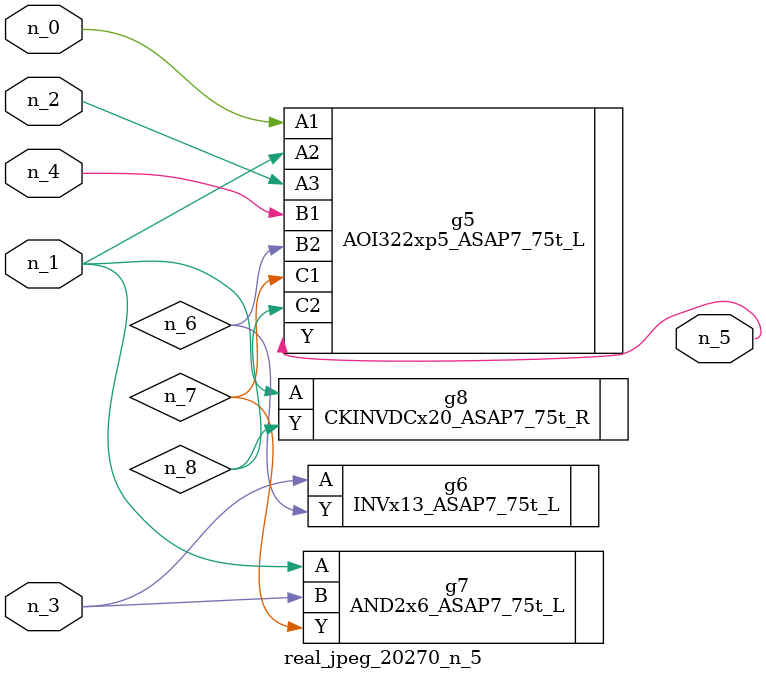
<source format=v>
module real_jpeg_20270_n_5 (n_4, n_0, n_1, n_2, n_3, n_5);

input n_4;
input n_0;
input n_1;
input n_2;
input n_3;

output n_5;

wire n_8;
wire n_6;
wire n_7;

AOI322xp5_ASAP7_75t_L g5 ( 
.A1(n_0),
.A2(n_1),
.A3(n_2),
.B1(n_4),
.B2(n_6),
.C1(n_7),
.C2(n_8),
.Y(n_5)
);

AND2x6_ASAP7_75t_L g7 ( 
.A(n_1),
.B(n_3),
.Y(n_7)
);

CKINVDCx20_ASAP7_75t_R g8 ( 
.A(n_1),
.Y(n_8)
);

INVx13_ASAP7_75t_L g6 ( 
.A(n_3),
.Y(n_6)
);


endmodule
</source>
